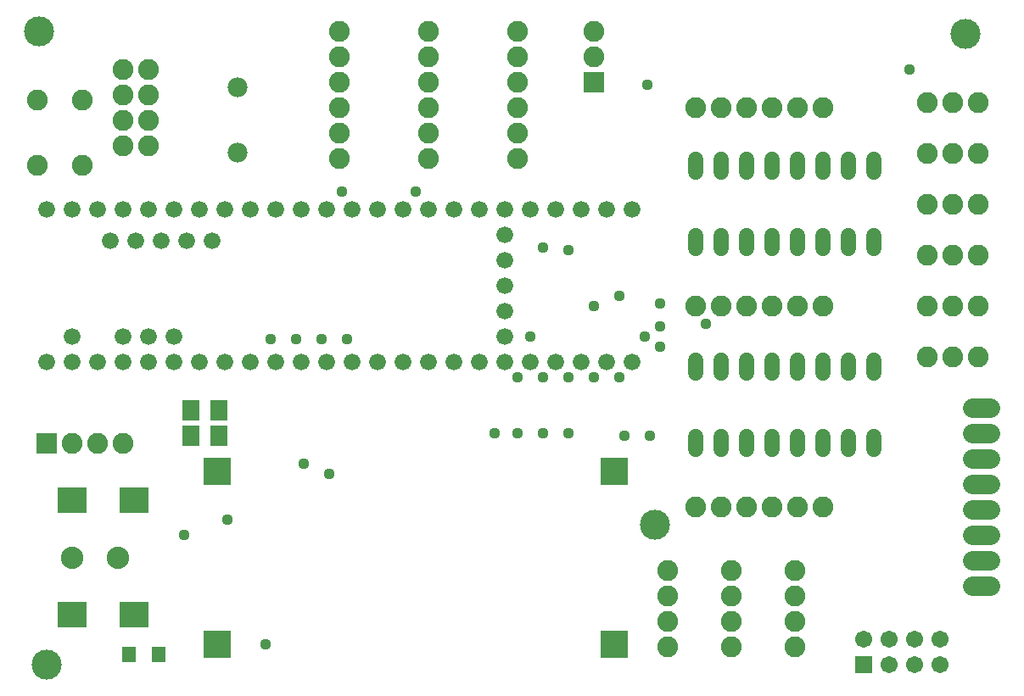
<source format=gts>
G75*
%MOIN*%
%OFA0B0*%
%FSLAX25Y25*%
%IPPOS*%
%LPD*%
%AMOC8*
5,1,8,0,0,1.08239X$1,22.5*
%
%ADD10C,0.11824*%
%ADD11R,0.08200X0.08200*%
%ADD12C,0.08200*%
%ADD13C,0.06000*%
%ADD14C,0.07800*%
%ADD15R,0.07099X0.07887*%
%ADD16C,0.06600*%
%ADD17R,0.10643X0.10643*%
%ADD18R,0.11824X0.10249*%
%ADD19C,0.08800*%
%ADD20R,0.05524X0.06312*%
%ADD21C,0.07800*%
%ADD22R,0.06737X0.06737*%
%ADD23C,0.06737*%
%ADD24C,0.04369*%
D10*
X0016800Y0014800D03*
X0255800Y0069800D03*
X0377800Y0262800D03*
X0013800Y0263800D03*
D11*
X0231800Y0243800D03*
X0016800Y0101800D03*
D12*
X0026800Y0101800D03*
X0036800Y0101800D03*
X0046800Y0101800D03*
X0030700Y0211000D03*
X0012900Y0211000D03*
X0046800Y0218800D03*
X0046800Y0228800D03*
X0056800Y0228800D03*
X0056800Y0218800D03*
X0056800Y0238800D03*
X0056800Y0248800D03*
X0046800Y0248800D03*
X0046800Y0238800D03*
X0030700Y0236600D03*
X0012900Y0236600D03*
X0131800Y0233800D03*
X0131800Y0223800D03*
X0131800Y0213800D03*
X0166800Y0213800D03*
X0166800Y0223800D03*
X0166800Y0233800D03*
X0166800Y0243800D03*
X0166800Y0253800D03*
X0166800Y0263800D03*
X0131800Y0263800D03*
X0131800Y0253800D03*
X0131800Y0243800D03*
X0201800Y0243800D03*
X0201800Y0253800D03*
X0201800Y0263800D03*
X0231800Y0263800D03*
X0231800Y0253800D03*
X0201800Y0233800D03*
X0201800Y0223800D03*
X0201800Y0213800D03*
X0271800Y0233800D03*
X0281800Y0233800D03*
X0291800Y0233800D03*
X0301800Y0233800D03*
X0311800Y0233800D03*
X0321800Y0233800D03*
X0362800Y0235800D03*
X0372800Y0235800D03*
X0382800Y0235800D03*
X0382800Y0215800D03*
X0372800Y0215800D03*
X0362800Y0215800D03*
X0362800Y0195800D03*
X0372800Y0195800D03*
X0382800Y0195800D03*
X0382800Y0175800D03*
X0372800Y0175800D03*
X0362800Y0175800D03*
X0362800Y0155800D03*
X0372800Y0155800D03*
X0382800Y0155800D03*
X0382800Y0135800D03*
X0372800Y0135800D03*
X0362800Y0135800D03*
X0321800Y0155800D03*
X0311800Y0155800D03*
X0301800Y0155800D03*
X0291800Y0155800D03*
X0281800Y0155800D03*
X0271800Y0155800D03*
X0271800Y0076800D03*
X0281800Y0076800D03*
X0291800Y0076800D03*
X0301800Y0076800D03*
X0311800Y0076800D03*
X0321800Y0076800D03*
X0310800Y0051800D03*
X0310800Y0041800D03*
X0310800Y0031800D03*
X0310800Y0021800D03*
X0285800Y0021800D03*
X0285800Y0031800D03*
X0285800Y0041800D03*
X0285800Y0051800D03*
X0260800Y0051800D03*
X0260800Y0041800D03*
X0260800Y0031800D03*
X0260800Y0021800D03*
D13*
X0271800Y0099200D02*
X0271800Y0104400D01*
X0281800Y0104400D02*
X0281800Y0099200D01*
X0291800Y0099200D02*
X0291800Y0104400D01*
X0301800Y0104400D02*
X0301800Y0099200D01*
X0311800Y0099200D02*
X0311800Y0104400D01*
X0321800Y0104400D02*
X0321800Y0099200D01*
X0331800Y0099200D02*
X0331800Y0104400D01*
X0341800Y0104400D02*
X0341800Y0099200D01*
X0341800Y0129200D02*
X0341800Y0134400D01*
X0331800Y0134400D02*
X0331800Y0129200D01*
X0321800Y0129200D02*
X0321800Y0134400D01*
X0311800Y0134400D02*
X0311800Y0129200D01*
X0301800Y0129200D02*
X0301800Y0134400D01*
X0291800Y0134400D02*
X0291800Y0129200D01*
X0281800Y0129200D02*
X0281800Y0134400D01*
X0271800Y0134400D02*
X0271800Y0129200D01*
X0271800Y0178200D02*
X0271800Y0183400D01*
X0281800Y0183400D02*
X0281800Y0178200D01*
X0291800Y0178200D02*
X0291800Y0183400D01*
X0301800Y0183400D02*
X0301800Y0178200D01*
X0311800Y0178200D02*
X0311800Y0183400D01*
X0321800Y0183400D02*
X0321800Y0178200D01*
X0331800Y0178200D02*
X0331800Y0183400D01*
X0341800Y0183400D02*
X0341800Y0178200D01*
X0341800Y0208200D02*
X0341800Y0213400D01*
X0331800Y0213400D02*
X0331800Y0208200D01*
X0321800Y0208200D02*
X0321800Y0213400D01*
X0311800Y0213400D02*
X0311800Y0208200D01*
X0301800Y0208200D02*
X0301800Y0213400D01*
X0291800Y0213400D02*
X0291800Y0208200D01*
X0281800Y0208200D02*
X0281800Y0213400D01*
X0271800Y0213400D02*
X0271800Y0208200D01*
D14*
X0091800Y0216005D03*
X0091800Y0241595D03*
D15*
X0084312Y0114800D03*
X0073288Y0114800D03*
X0073288Y0104800D03*
X0084312Y0104800D03*
D16*
X0086800Y0133800D03*
X0076800Y0133800D03*
X0066800Y0133800D03*
X0056800Y0133800D03*
X0046800Y0133800D03*
X0036800Y0133800D03*
X0026800Y0133800D03*
X0016800Y0133800D03*
X0026800Y0143800D03*
X0046800Y0143800D03*
X0056800Y0143800D03*
X0066800Y0143800D03*
X0096800Y0133800D03*
X0106800Y0133800D03*
X0116800Y0133800D03*
X0126800Y0133800D03*
X0136800Y0133800D03*
X0146800Y0133800D03*
X0156800Y0133800D03*
X0166800Y0133800D03*
X0176800Y0133800D03*
X0186800Y0133800D03*
X0196800Y0133800D03*
X0206800Y0133800D03*
X0216800Y0133800D03*
X0226800Y0133800D03*
X0236800Y0133800D03*
X0246800Y0133800D03*
X0196800Y0143800D03*
X0196800Y0153800D03*
X0196800Y0163800D03*
X0196800Y0173800D03*
X0196800Y0183800D03*
X0196800Y0193800D03*
X0186800Y0193800D03*
X0176800Y0193800D03*
X0166800Y0193800D03*
X0156800Y0193800D03*
X0146800Y0193800D03*
X0136800Y0193800D03*
X0126800Y0193800D03*
X0116800Y0193800D03*
X0106800Y0193800D03*
X0096800Y0193800D03*
X0086800Y0193800D03*
X0076800Y0193800D03*
X0066800Y0193800D03*
X0056800Y0193800D03*
X0046800Y0193800D03*
X0036800Y0193800D03*
X0026800Y0193800D03*
X0016800Y0193800D03*
X0041800Y0181300D03*
X0051800Y0181300D03*
X0061800Y0181300D03*
X0071800Y0181300D03*
X0081800Y0181300D03*
X0206800Y0193800D03*
X0216800Y0193800D03*
X0226800Y0193800D03*
X0236800Y0193800D03*
X0246800Y0193800D03*
D17*
X0239800Y0090800D03*
X0239800Y0022800D03*
X0083800Y0022800D03*
X0083800Y0090800D03*
D18*
X0050816Y0079241D03*
X0026800Y0079241D03*
X0026800Y0034359D03*
X0050816Y0034359D03*
D19*
X0044800Y0056800D03*
X0026800Y0056800D03*
D20*
X0048894Y0018800D03*
X0060706Y0018800D03*
D21*
X0380300Y0045800D02*
X0387300Y0045800D01*
X0387300Y0055800D02*
X0380300Y0055800D01*
X0380300Y0065800D02*
X0387300Y0065800D01*
X0387300Y0075800D02*
X0380300Y0075800D01*
X0380300Y0085800D02*
X0387300Y0085800D01*
X0387300Y0095800D02*
X0380300Y0095800D01*
X0380300Y0105800D02*
X0387300Y0105800D01*
X0387300Y0115800D02*
X0380300Y0115800D01*
D22*
X0337800Y0014800D03*
D23*
X0337800Y0024800D03*
X0347800Y0024800D03*
X0357800Y0024800D03*
X0357800Y0014800D03*
X0347800Y0014800D03*
X0367800Y0014800D03*
X0367800Y0024800D03*
D24*
X0253800Y0104800D03*
X0243800Y0104800D03*
X0221800Y0105800D03*
X0211800Y0105800D03*
X0201800Y0105800D03*
X0192800Y0105800D03*
X0201800Y0127800D03*
X0211800Y0127800D03*
X0221800Y0127800D03*
X0231800Y0127800D03*
X0241800Y0127800D03*
X0257800Y0139800D03*
X0251800Y0143800D03*
X0257800Y0147800D03*
X0257800Y0156800D03*
X0241800Y0159800D03*
X0231800Y0155800D03*
X0206800Y0143800D03*
X0211800Y0178800D03*
X0221800Y0177800D03*
X0275800Y0148800D03*
X0161800Y0200800D03*
X0132800Y0200800D03*
X0134800Y0142800D03*
X0124800Y0142800D03*
X0114800Y0142800D03*
X0104800Y0142800D03*
X0117800Y0093800D03*
X0127800Y0089800D03*
X0087800Y0071800D03*
X0070800Y0065800D03*
X0102800Y0022800D03*
X0252800Y0242800D03*
X0355800Y0248800D03*
M02*

</source>
